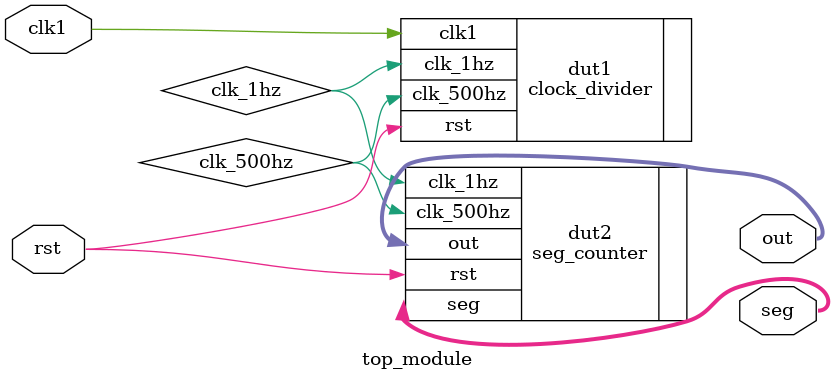
<source format=v>
module top_module(
  input clk1,
  input rst,
  output wire [7:0] seg,
  output wire [3:0] out
);

  wire clk_1hz, clk_500hz;

  clock_divider dut1(
    .clk1(clk1),
    .rst(rst),
    .clk_1hz(clk_1hz),
    .clk_500hz(clk_500hz)
  );

  seg_counter dut2(
    .clk_1hz(clk_1hz),
    .clk_500hz(clk_500hz),
    .rst(rst),
    .out(out),
    .seg(seg)
  );
endmodule


</source>
